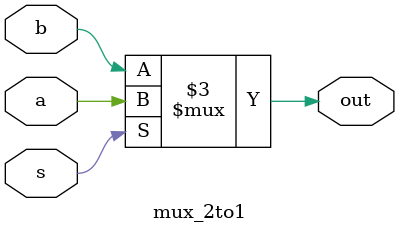
<source format=v>
`timescale 1ns / 1ps



module mux_2to1
    #(parameter N=0)
(
input [N:0]a,
input [N:0]b,
input s,
output reg [N:0]out      
);

always@(*) begin
if(s) begin
    out = a;
end

else begin
    out = b;
end
end 

endmodule
</source>
